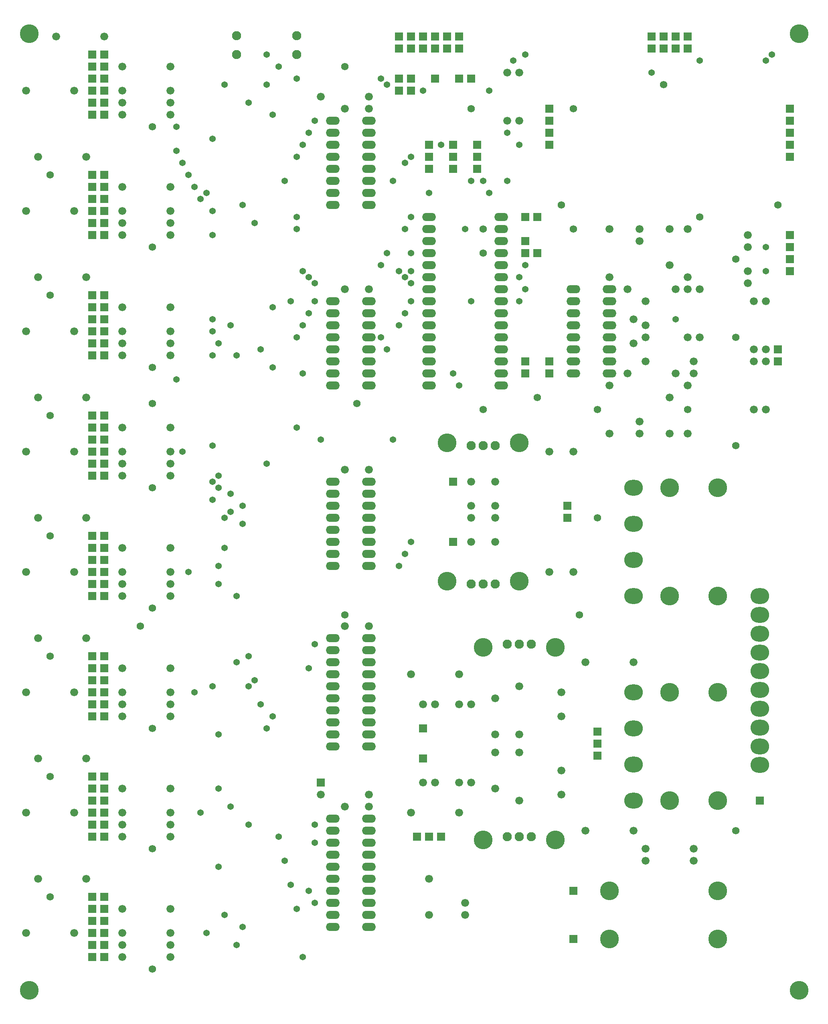
<source format=gbr>
G04 DesignSpark PCB Gerber Version 13.0 Build *
%FSLAX35Y35*%
%MOIN*%
%ADD75R,0.06600X0.06600*%
%ADD73C,0.05400*%
%ADD72C,0.06200*%
%ADD76C,0.06600*%
%ADD79C,0.07600*%
%ADD77O,0.11600X0.06600*%
%ADD74C,0.15600*%
%ADD78O,0.15600X0.13100*%
X0Y0D02*
D02*
D72*
X35250Y95250D03*
Y195250D03*
Y295250D03*
Y395250D03*
Y495250D03*
Y595250D03*
Y695250D03*
X110250Y320250D03*
X120250Y35250D03*
Y135250D03*
Y235250D03*
Y335250D03*
Y435250D03*
Y505250D03*
Y535250D03*
Y635250D03*
Y735250D03*
X280250Y329650D03*
Y785250D03*
X290250Y505250D03*
X385250Y750250D03*
X395250Y500250D03*
Y630250D03*
Y650250D03*
X440250Y510250D03*
X460250Y670250D03*
X470250Y650250D03*
Y750250D03*
X475250Y329650D03*
X490250Y410250D03*
Y500250D03*
X545250Y770250D03*
X565250Y500250D03*
X575250Y660250D03*
X605250Y150250D03*
Y470250D03*
Y560250D03*
Y625250D03*
X640250Y670250D03*
D02*
D73*
X140250Y525250D03*
Y715250D03*
Y735250D03*
X145250Y465250D03*
Y705250D03*
X150250Y365250D03*
Y695250D03*
X155250Y265250D03*
Y685250D03*
X160250Y165250D03*
Y675250D03*
X165250Y65250D03*
Y680250D03*
X170250Y270250D03*
Y425250D03*
Y440250D03*
Y470250D03*
Y545250D03*
Y565250D03*
Y575250D03*
Y645250D03*
Y665250D03*
Y725250D03*
X175250Y120250D03*
Y185250D03*
Y230250D03*
Y355250D03*
Y370250D03*
Y435250D03*
Y445250D03*
Y555250D03*
X180250Y80250D03*
Y385250D03*
Y410250D03*
Y770250D03*
X185250Y170250D03*
Y415250D03*
Y430250D03*
Y570250D03*
X190250Y55250D03*
Y290250D03*
Y345250D03*
Y545250D03*
X195250Y70250D03*
Y405250D03*
Y420250D03*
Y670250D03*
X200250Y155250D03*
Y270250D03*
Y295250D03*
Y755250D03*
X205250Y275250D03*
Y655250D03*
X210250Y255250D03*
Y550250D03*
X215250Y235250D03*
Y455250D03*
Y770250D03*
Y795250D03*
X220250Y245250D03*
Y535250D03*
Y585250D03*
Y745250D03*
X225250Y145250D03*
Y785250D03*
X230250Y125250D03*
Y690250D03*
X235250Y105250D03*
Y590250D03*
X240250Y85250D03*
Y485250D03*
Y560250D03*
Y650250D03*
Y660250D03*
Y710250D03*
Y775250D03*
X245250Y45250D03*
Y530250D03*
Y570250D03*
Y615250D03*
Y720250D03*
X250250Y100250D03*
Y285250D03*
Y580250D03*
Y610250D03*
Y730250D03*
X255250Y90250D03*
Y140250D03*
Y155250D03*
Y305250D03*
Y590250D03*
Y605250D03*
Y740250D03*
X260250Y475250D03*
X310250Y560250D03*
Y620250D03*
Y775250D03*
X315250Y550250D03*
Y630250D03*
Y770250D03*
X320250Y475250D03*
Y690250D03*
X325250Y370250D03*
Y570250D03*
Y615250D03*
X330250Y380250D03*
Y580250D03*
Y610250D03*
Y650250D03*
Y705250D03*
X335250Y390250D03*
Y590250D03*
Y605250D03*
Y615250D03*
Y630250D03*
Y660250D03*
Y710250D03*
X345250Y765250D03*
X350250Y680250D03*
X360250Y720250D03*
X370250Y530250D03*
X375250Y520250D03*
X380250Y650250D03*
X385250Y590250D03*
Y690250D03*
X395250D03*
X400250Y680250D03*
Y765250D03*
X415250Y690250D03*
Y730250D03*
X420250Y790250D03*
X425250Y590250D03*
Y610250D03*
Y720250D03*
X430250Y600250D03*
Y620250D03*
Y795250D03*
X535250Y780250D03*
X555250Y575250D03*
X575250Y790250D03*
X630250Y615250D03*
Y635250D03*
Y790250D03*
X635250Y795250D03*
D02*
D74*
X17750Y17750D03*
Y812750D03*
X365250Y357750D03*
Y472750D03*
X395250Y142750D03*
Y302750D03*
X425250Y357750D03*
Y472750D03*
X455250Y142750D03*
Y302750D03*
X500250Y60250D03*
Y100250D03*
X550250Y175250D03*
Y265250D03*
Y345250D03*
Y435250D03*
X590250Y60250D03*
Y100250D03*
Y175250D03*
Y265250D03*
Y345250D03*
Y435250D03*
X657750Y17750D03*
Y812750D03*
D02*
D75*
X70250Y45250D03*
Y55250D03*
Y65250D03*
Y75250D03*
Y85250D03*
Y95250D03*
Y145250D03*
Y155250D03*
Y165250D03*
Y175250D03*
Y185250D03*
Y195250D03*
Y245250D03*
Y255250D03*
Y265250D03*
Y275250D03*
Y285250D03*
Y295250D03*
Y345250D03*
Y355250D03*
Y365250D03*
Y375250D03*
Y385250D03*
Y395250D03*
Y445250D03*
Y455250D03*
Y465250D03*
Y475250D03*
Y485250D03*
Y495250D03*
Y545250D03*
Y555250D03*
Y565250D03*
Y575250D03*
Y585250D03*
Y595250D03*
Y645250D03*
Y655250D03*
Y665250D03*
Y675250D03*
Y685250D03*
Y695250D03*
Y745250D03*
Y755250D03*
Y765250D03*
Y775250D03*
Y785250D03*
Y795250D03*
X80250Y45250D03*
Y55250D03*
Y65250D03*
Y75250D03*
Y85250D03*
Y95250D03*
Y145250D03*
Y155250D03*
Y165250D03*
Y175250D03*
Y185250D03*
Y195250D03*
Y245250D03*
Y255250D03*
Y265250D03*
Y275250D03*
Y285250D03*
Y295250D03*
Y345250D03*
Y355250D03*
Y365250D03*
Y375250D03*
Y385250D03*
Y395250D03*
Y445250D03*
Y455250D03*
Y465250D03*
Y475250D03*
Y485250D03*
Y495250D03*
Y545250D03*
Y555250D03*
Y565250D03*
Y575250D03*
Y585250D03*
Y595250D03*
Y645250D03*
Y655250D03*
Y665250D03*
Y675250D03*
Y685250D03*
Y695250D03*
Y745250D03*
Y755250D03*
Y765250D03*
Y775250D03*
Y785250D03*
Y795250D03*
X260250Y190250D03*
X325250Y765250D03*
Y775250D03*
Y800250D03*
Y810250D03*
X335250Y765250D03*
Y775250D03*
Y800250D03*
Y810250D03*
X340250Y145250D03*
X345250Y210250D03*
Y235250D03*
Y800250D03*
Y810250D03*
X350250Y145250D03*
Y700250D03*
Y710250D03*
Y720250D03*
X355250Y775250D03*
Y800250D03*
Y810250D03*
X360250Y145250D03*
X365250Y800250D03*
Y810250D03*
X370250Y390250D03*
Y440250D03*
Y700250D03*
Y710250D03*
Y720250D03*
X375250Y775250D03*
Y800250D03*
Y810250D03*
X385250Y775250D03*
X390250Y700250D03*
Y710250D03*
Y720250D03*
X430250Y530250D03*
Y540250D03*
Y630250D03*
Y640250D03*
Y660250D03*
X440250Y630250D03*
Y660250D03*
X450250Y530250D03*
Y540250D03*
Y720250D03*
Y730250D03*
Y740250D03*
Y750250D03*
X465250Y410250D03*
Y420250D03*
X470250Y60250D03*
Y100250D03*
X490250Y212750D03*
Y222750D03*
Y232750D03*
X535250Y800250D03*
Y810250D03*
X545250Y800250D03*
Y810250D03*
X555250Y800250D03*
Y810250D03*
X565250Y800250D03*
Y810250D03*
X625250Y175250D03*
X640250Y540250D03*
Y550250D03*
X650250Y615250D03*
Y625250D03*
Y635250D03*
Y645250D03*
Y710250D03*
Y720250D03*
Y730250D03*
Y740250D03*
Y750250D03*
D02*
D76*
X15250Y65250D03*
Y165250D03*
Y265250D03*
Y365250D03*
Y465250D03*
Y565250D03*
Y665250D03*
Y765250D03*
X25250Y110250D03*
Y210250D03*
Y310250D03*
Y410250D03*
Y510250D03*
Y610250D03*
Y710250D03*
X40250Y810250D03*
X55250Y65250D03*
Y165250D03*
Y265250D03*
Y365250D03*
Y465250D03*
Y565250D03*
Y665250D03*
Y765250D03*
X65250Y110250D03*
Y210250D03*
Y310250D03*
Y410250D03*
Y510250D03*
Y610250D03*
Y710250D03*
X80250Y810250D03*
X95250Y45250D03*
Y55250D03*
Y65250D03*
Y85250D03*
Y145250D03*
Y155250D03*
Y165250D03*
Y185250D03*
Y245250D03*
Y255250D03*
Y265250D03*
Y285250D03*
Y345250D03*
Y355250D03*
Y365250D03*
Y385250D03*
Y445250D03*
Y455250D03*
Y465250D03*
Y485250D03*
Y545250D03*
Y555250D03*
Y565250D03*
Y585250D03*
Y645250D03*
Y655250D03*
Y665250D03*
Y685250D03*
Y745250D03*
Y755250D03*
Y765250D03*
Y785250D03*
X135250Y45250D03*
Y55250D03*
Y65250D03*
Y85250D03*
Y145250D03*
Y155250D03*
Y165250D03*
Y185250D03*
Y245250D03*
Y255250D03*
Y265250D03*
Y285250D03*
Y345250D03*
Y355250D03*
Y365250D03*
Y385250D03*
Y445250D03*
Y455250D03*
Y465250D03*
Y485250D03*
Y545250D03*
Y555250D03*
Y565250D03*
Y585250D03*
Y645250D03*
Y655250D03*
Y665250D03*
Y685250D03*
Y745250D03*
Y755250D03*
Y765250D03*
Y785250D03*
X260250Y180250D03*
Y760250D03*
X280250Y170250D03*
Y320250D03*
Y450250D03*
Y600250D03*
Y750250D03*
X300250Y170250D03*
Y180250D03*
Y320250D03*
Y450250D03*
Y600250D03*
Y750250D03*
Y760250D03*
X335250Y165250D03*
Y280250D03*
X345250Y190250D03*
Y255250D03*
X350250Y80250D03*
Y110250D03*
X355250Y190250D03*
Y255250D03*
X375250Y165250D03*
Y190250D03*
Y255250D03*
Y280250D03*
X380250Y80250D03*
Y90250D03*
X385250Y190250D03*
Y255250D03*
Y390250D03*
Y410250D03*
Y420250D03*
Y440250D03*
X405250Y185250D03*
Y215250D03*
Y230250D03*
Y260250D03*
Y390250D03*
Y410250D03*
Y420250D03*
Y440250D03*
X415250Y740250D03*
Y780250D03*
X425250Y175250D03*
Y215250D03*
Y230250D03*
Y270250D03*
Y740250D03*
Y780250D03*
X450250Y365250D03*
Y465250D03*
X460250Y180250D03*
Y200250D03*
Y245250D03*
Y265250D03*
X470250Y365250D03*
Y465250D03*
X480250Y150250D03*
Y290250D03*
X500250Y480250D03*
Y520250D03*
Y610250D03*
Y650250D03*
X515250Y530250D03*
Y600250D03*
X520250Y150250D03*
Y290250D03*
Y555250D03*
Y575250D03*
X525250Y480250D03*
Y490250D03*
Y640250D03*
Y650250D03*
X530250Y125250D03*
Y135250D03*
Y540250D03*
Y560250D03*
Y570250D03*
Y590250D03*
X550250Y480250D03*
Y510250D03*
Y620250D03*
Y650250D03*
X555250Y530250D03*
Y600250D03*
X565250Y480250D03*
Y520250D03*
Y560250D03*
Y600250D03*
Y610250D03*
Y650250D03*
X570250Y125250D03*
Y135250D03*
Y530250D03*
Y540250D03*
X575250Y560250D03*
Y600250D03*
X615250Y605250D03*
Y615250D03*
Y635250D03*
Y645250D03*
X620250Y500250D03*
Y540250D03*
Y550250D03*
Y590250D03*
X630250Y500250D03*
Y540250D03*
Y550250D03*
Y590250D03*
D02*
D77*
X270250Y70250D03*
Y80250D03*
Y90250D03*
Y100250D03*
Y110250D03*
Y120250D03*
Y130250D03*
Y140250D03*
Y150250D03*
Y160250D03*
Y220250D03*
Y230250D03*
Y240250D03*
Y250250D03*
Y260250D03*
Y270250D03*
Y280250D03*
Y290250D03*
Y300250D03*
Y310250D03*
Y370250D03*
Y380250D03*
Y390250D03*
Y400250D03*
Y410250D03*
Y420250D03*
Y430250D03*
Y440250D03*
Y520250D03*
Y530250D03*
Y540250D03*
Y550250D03*
Y560250D03*
Y570250D03*
Y580250D03*
Y590250D03*
Y670250D03*
Y680250D03*
Y690250D03*
Y700250D03*
Y710250D03*
Y720250D03*
Y730250D03*
Y740250D03*
X300250Y70250D03*
Y80250D03*
Y90250D03*
Y100250D03*
Y110250D03*
Y120250D03*
Y130250D03*
Y140250D03*
Y150250D03*
Y160250D03*
Y220250D03*
Y230250D03*
Y240250D03*
Y250250D03*
Y260250D03*
Y270250D03*
Y280250D03*
Y290250D03*
Y300250D03*
Y310250D03*
Y370250D03*
Y380250D03*
Y390250D03*
Y400250D03*
Y410250D03*
Y420250D03*
Y430250D03*
Y440250D03*
Y520250D03*
Y530250D03*
Y540250D03*
Y550250D03*
Y560250D03*
Y570250D03*
Y580250D03*
Y590250D03*
Y670250D03*
Y680250D03*
Y690250D03*
Y700250D03*
Y710250D03*
Y720250D03*
Y730250D03*
Y740250D03*
X350250Y520250D03*
Y530250D03*
Y540250D03*
Y550250D03*
Y560250D03*
Y570250D03*
Y580250D03*
Y590250D03*
Y600250D03*
Y610250D03*
Y620250D03*
Y630250D03*
Y640250D03*
Y650250D03*
Y660250D03*
X410250Y520250D03*
Y530250D03*
Y540250D03*
Y550250D03*
Y560250D03*
Y570250D03*
Y580250D03*
Y590250D03*
Y600250D03*
Y610250D03*
Y620250D03*
Y630250D03*
Y640250D03*
Y650250D03*
Y660250D03*
X470250Y530250D03*
Y540250D03*
Y550250D03*
Y560250D03*
Y570250D03*
Y580250D03*
Y590250D03*
Y600250D03*
X500250Y530250D03*
Y540250D03*
Y550250D03*
Y560250D03*
Y570250D03*
Y580250D03*
Y590250D03*
Y600250D03*
D02*
D78*
X520250Y175250D03*
Y205250D03*
Y235250D03*
Y265250D03*
Y345250D03*
Y375250D03*
Y405250D03*
Y435250D03*
X625250Y204850D03*
Y220450D03*
Y236050D03*
Y251650D03*
Y267250D03*
Y282850D03*
Y298450D03*
Y314050D03*
Y329650D03*
Y345250D03*
D02*
D79*
X190250Y795250D03*
Y810998D03*
X240250Y795250D03*
Y810998D03*
X385250Y355250D03*
Y470250D03*
X395250Y355250D03*
Y470250D03*
X405250Y355250D03*
Y470250D03*
X415250Y145250D03*
Y305250D03*
X425250Y145250D03*
Y305250D03*
X435250Y145250D03*
Y305250D03*
X0Y0D02*
M02*

</source>
